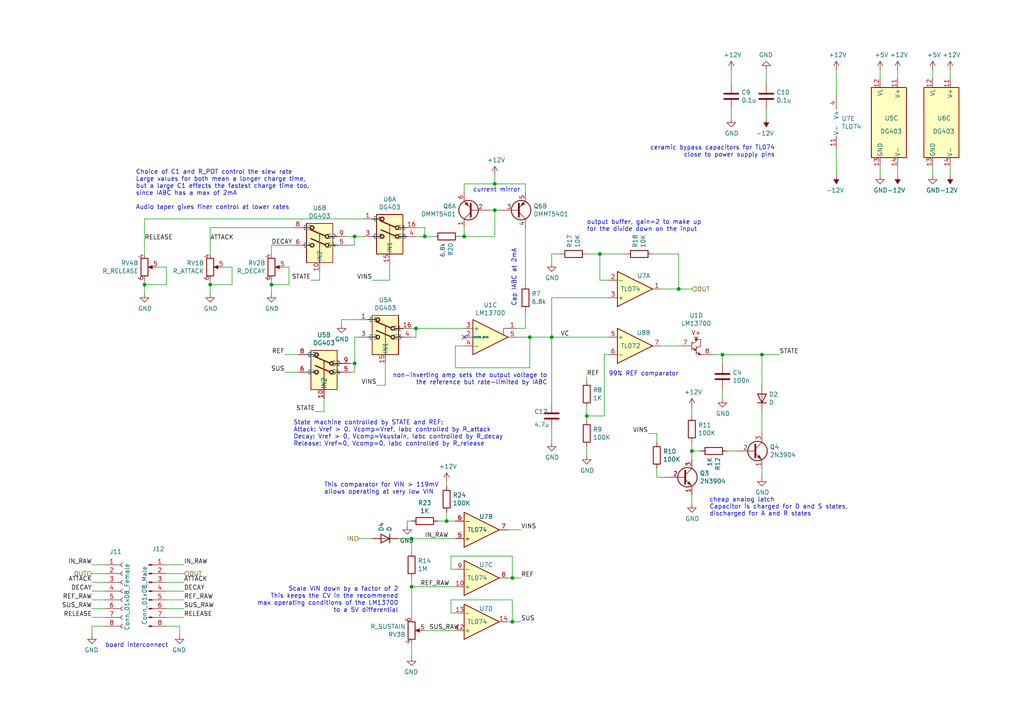
<source format=kicad_sch>
(kicad_sch (version 20211123) (generator eeschema)
  (paper "A4")
  (lib_symbols
    (symbol "Amplifier_Operational:LM13700" (pin_names (offset 0.127))
      (property "Reference" "U" (at 3.81 5.08 0))
      (property "Value" "LM13700" (at 5.08 -5.08 0))
      (symbol "LM13700_1_1"
        (pin output line (at 7.62 0 180) (length 2.54) (name "~") (number "12"))
        (pin input line (at -7.62 2.54 0) (length 2.54) (name "-") (number "13"))
        (pin input line (at -7.62 -2.54 0) (length 2.54) (name "+") (number "14"))
        (pin input line (at -7.62 0 0) (length 2.54) (name "DIODE_BIAS") (number "15"))
        (pin input line (at 7.62 -2.54 180) (length 2.54) (name "~") (number "16"))
      )
      (symbol "LM13700_2_1"
        (text "V+" (at -2.54 3.81 0) (effects (font (size 1.27 1.27))))
        (pin input line (at -7.62 0 0) (length 3.81) (name "~") (number "10"))
        (pin output line (at 2.54 -2.54 180) (length 3.81) (name "~") (number "9"))
      )
      (symbol "LM13700_3_1"
        (pin input line (at 7.62 -2.54 180) (length 2.54) (name "~") (number "1"))
        (pin input line (at -7.62 0 0) (length 2.54) (name "DIODE_BIAS") (number "2"))
        (pin input line (at -7.62 -2.54 0) (length 2.54) (name "+") (number "3"))
        (pin input line (at -7.62 2.54 0) (length 2.54) (name "-") (number "4"))
        (pin output line (at 7.62 0 180) (length 2.54) (name "~") (number "5"))
      )
      (symbol "LM13700_4_0"
        (text "V+" (at -2.54 3.81 0) (effects (font (size 1.27 1.27))))
      )
      (symbol "LM13700_4_1"
        (pin input line (at -7.62 0 0) (length 3.81) (name "~") (number "7"))
        (pin output line (at 2.54 -2.54 180) (length 3.81) (name "~") (number "8"))
      )
      (symbol "LM13700_5_1"
        (pin power_in line (at -2.54 7.62 270) (length 3.81) (name "V+") (number "11"))
        (pin power_in line (at -2.54 -7.62 90) (length 3.81) (name "V-") (number "6"))
      )
    )
    (symbol "Amplifier_Operational:TL072" (pin_names (offset 0.127))
      (property "Reference" "U" (at 0 5.08 0))
      (property "Value" "TL072" (at 0 -5.08 0))
      (symbol "TL072_1_1"
        (pin output line (at 7.62 0 180) (length 2.54) (name "~") (number "1"))
        (pin input line (at -7.62 -2.54 0) (length 2.54) (name "-") (number "2"))
        (pin input line (at -7.62 2.54 0) (length 2.54) (name "+") (number "3"))
      )
      (symbol "TL072_2_1"
        (pin input line (at -7.62 2.54 0) (length 2.54) (name "+") (number "5"))
        (pin input line (at -7.62 -2.54 0) (length 2.54) (name "-") (number "6"))
        (pin output line (at 7.62 0 180) (length 2.54) (name "~") (number "7"))
      )
      (symbol "TL072_3_1"
        (pin power_in line (at -2.54 -7.62 90) (length 3.81) (name "V-") (number "4"))
        (pin power_in line (at -2.54 7.62 270) (length 3.81) (name "V+") (number "8"))
      )
    )
    (symbol "Amplifier_Operational:TL074" (pin_names (offset 0.127))
      (property "Reference" "U" (at 0 5.08 0))
      (property "Value" "TL074" (at 0 -5.08 0))
      (symbol "TL074_1_1"
        (pin output line (at 7.62 0 180) (length 2.54) (name "~") (number "1"))
        (pin input line (at -7.62 -2.54 0) (length 2.54) (name "-") (number "2"))
        (pin input line (at -7.62 2.54 0) (length 2.54) (name "+") (number "3"))
      )
      (symbol "TL074_2_1"
        (pin input line (at -7.62 2.54 0) (length 2.54) (name "+") (number "5"))
        (pin input line (at -7.62 -2.54 0) (length 2.54) (name "-") (number "6"))
        (pin output line (at 7.62 0 180) (length 2.54) (name "~") (number "7"))
      )
      (symbol "TL074_3_1"
        (pin input line (at -7.62 2.54 0) (length 2.54) (name "+") (number "10"))
        (pin output line (at 7.62 0 180) (length 2.54) (name "~") (number "8"))
        (pin input line (at -7.62 -2.54 0) (length 2.54) (name "-") (number "9"))
      )
      (symbol "TL074_4_1"
        (pin input line (at -7.62 2.54 0) (length 2.54) (name "+") (number "12"))
        (pin input line (at -7.62 -2.54 0) (length 2.54) (name "-") (number "13"))
        (pin output line (at 7.62 0 180) (length 2.54) (name "~") (number "14"))
      )
      (symbol "TL074_5_1"
        (pin power_in line (at -2.54 -7.62 90) (length 3.81) (name "V-") (number "11"))
        (pin power_in line (at -2.54 7.62 270) (length 3.81) (name "V+") (number "4"))
      )
    )
    (symbol "Connector:Conn_01x08_Female" (pin_names (offset 1.016) hide)
      (property "Reference" "J" (at 0 10.16 0))
      (property "Value" "Conn_01x08_Female" (at 0 -12.7 0))
      (symbol "Conn_01x08_Female_1_1"
        (pin passive line (at -5.08 7.62 0) (length 3.81) (name "Pin_1") (number "1"))
        (pin passive line (at -5.08 5.08 0) (length 3.81) (name "Pin_2") (number "2"))
        (pin passive line (at -5.08 2.54 0) (length 3.81) (name "Pin_3") (number "3"))
        (pin passive line (at -5.08 0 0) (length 3.81) (name "Pin_4") (number "4"))
        (pin passive line (at -5.08 -2.54 0) (length 3.81) (name "Pin_5") (number "5"))
        (pin passive line (at -5.08 -5.08 0) (length 3.81) (name "Pin_6") (number "6"))
        (pin passive line (at -5.08 -7.62 0) (length 3.81) (name "Pin_7") (number "7"))
        (pin passive line (at -5.08 -10.16 0) (length 3.81) (name "Pin_8") (number "8"))
      )
    )
    (symbol "Connector:Conn_01x08_Male" (pin_names (offset 1.016) hide)
      (property "Reference" "J" (at 0 10.16 0))
      (property "Value" "Conn_01x08_Male" (at 0 -12.7 0))
      (symbol "Conn_01x08_Male_1_1"
        (pin passive line (at 5.08 7.62 180) (length 3.81) (name "Pin_1") (number "1"))
        (pin passive line (at 5.08 5.08 180) (length 3.81) (name "Pin_2") (number "2"))
        (pin passive line (at 5.08 2.54 180) (length 3.81) (name "Pin_3") (number "3"))
        (pin passive line (at 5.08 0 180) (length 3.81) (name "Pin_4") (number "4"))
        (pin passive line (at 5.08 -2.54 180) (length 3.81) (name "Pin_5") (number "5"))
        (pin passive line (at 5.08 -5.08 180) (length 3.81) (name "Pin_6") (number "6"))
        (pin passive line (at 5.08 -7.62 180) (length 3.81) (name "Pin_7") (number "7"))
        (pin passive line (at 5.08 -10.16 180) (length 3.81) (name "Pin_8") (number "8"))
      )
    )
    (symbol "Device:C" (pin_numbers hide) (pin_names (offset 0.254))
      (property "Reference" "C" (at 0.635 2.54 0))
      (property "Value" "C" (at 0.635 -2.54 0))
      (symbol "C_1_1"
        (pin passive line (at 0 3.81 270) (length 2.794) (name "~") (number "1"))
        (pin passive line (at 0 -3.81 90) (length 2.794) (name "~") (number "2"))
      )
    )
    (symbol "Device:D" (pin_numbers hide) (pin_names (offset 1.016) hide)
      (property "Reference" "D" (at 0 2.54 0))
      (property "Value" "D" (at 0 -2.54 0))
      (symbol "D_1_1"
        (pin passive line (at -3.81 0 0) (length 2.54) (name "K") (number "1"))
        (pin passive line (at 3.81 0 180) (length 2.54) (name "A") (number "2"))
      )
    )
    (symbol "Device:R" (pin_numbers hide) (pin_names (offset 0))
      (property "Reference" "R" (at 2.032 0 90))
      (property "Value" "R" (at 0 0 90))
      (symbol "R_1_1"
        (pin passive line (at 0 3.81 270) (length 1.27) (name "~") (number "1"))
        (pin passive line (at 0 -3.81 90) (length 1.27) (name "~") (number "2"))
      )
    )
    (symbol "Device:R_Potentiometer_Dual_Separate" (pin_names (offset 1.016) hide)
      (property "Reference" "RV" (at -4.445 0 90))
      (property "Value" "R_Potentiometer_Dual_Separate" (at -2.54 0 90))
      (symbol "R_Potentiometer_Dual_Separate_1_1"
        (pin passive line (at 0 3.81 270) (length 1.27) (name "1") (number "1"))
        (pin passive line (at 3.81 0 180) (length 1.27) (name "2") (number "2"))
        (pin passive line (at 0 -3.81 90) (length 1.27) (name "3") (number "3"))
      )
      (symbol "R_Potentiometer_Dual_Separate_2_1"
        (pin passive line (at 0 3.81 270) (length 1.27) (name "4") (number "4"))
        (pin passive line (at 3.81 0 180) (length 1.27) (name "5") (number "5"))
        (pin passive line (at 0 -3.81 90) (length 1.27) (name "6") (number "6"))
      )
    )
    (symbol "Transistor_BJT:2N3904" (pin_names (offset 0) hide)
      (property "Reference" "Q" (at 5.08 1.905 0))
      (property "Value" "2N3904" (at 5.08 0 0))
      (symbol "2N3904_1_1"
        (pin passive line (at 2.54 -5.08 90) (length 2.54) (name "E") (number "1"))
        (pin passive line (at -5.08 0 0) (length 5.715) (name "B") (number "2"))
        (pin passive line (at 2.54 5.08 270) (length 2.54) (name "C") (number "3"))
      )
    )
    (symbol "power:+12V" (power) (pin_names (offset 0))
      (property "Value" "+12V" (at 0 3.556 0))
      (symbol "+12V_1_1"
        (pin power_in line (at 0 0 90) (length 0) hide (name "+12V") (number "1"))
      )
    )
    (symbol "power:+5V" (power) (pin_names (offset 0))
      (property "Value" "+5V" (at 0 3.556 0))
      (symbol "+5V_1_1"
        (pin power_in line (at 0 0 90) (length 0) hide (name "+5V") (number "1"))
      )
    )
    (symbol "power:-12V" (power) (pin_names (offset 0))
      (property "Value" "-12V" (at 0 3.81 0))
      (symbol "-12V_0_0"
        (pin power_in line (at 0 0 90) (length 0) hide (name "-12V") (number "1"))
      )
    )
    (symbol "power:GND" (power) (pin_names (offset 0))
      (property "Value" "GND" (at 0 -3.81 0))
      (symbol "GND_1_1"
        (pin power_in line (at 0 0 270) (length 0) hide (name "GND") (number "1"))
      )
    )
    (symbol "synth:DG403" (pin_names (offset 0.254))
      (property "Reference" "U" (at -3.175 4.699 0))
      (property "Value" "DG403" (at -3.175 2.921 0))
      (symbol "DG403_1_1"
        (pin passive line (at 7.62 0 180) (length 2.54) (name "D1") (number "1"))
        (pin input line (at 0 -12.7 90) (length 2.54) (name "IN1") (number "15"))
        (pin passive line (at -7.62 -2.54 0) (length 2.54) (name "S1") (number "16"))
        (pin passive line (at 7.62 -5.08 180) (length 2.54) (name "D3") (number "3"))
        (pin passive line (at -7.62 -5.08 0) (length 2.54) (name "S3") (number "4"))
      )
      (symbol "DG403_2_1"
        (pin input line (at 0 -12.7 90) (length 2.54) (name "IN2") (number "10"))
        (pin passive line (at -7.62 -5.08 0) (length 2.54) (name "S4") (number "5"))
        (pin passive line (at 7.62 -5.08 180) (length 2.54) (name "D4") (number "6"))
        (pin passive line (at 7.62 0 180) (length 2.54) (name "D2") (number "8"))
        (pin passive line (at -7.62 -2.54 0) (length 2.54) (name "S2") (number "9"))
      )
      (symbol "DG403_3_1"
        (pin power_in line (at 2.54 11.43 270) (length 2.54) (name "V+") (number "11"))
        (pin power_in line (at -2.54 11.43 270) (length 2.54) (name "VL") (number "12"))
        (pin power_in line (at -2.54 -13.97 90) (length 2.54) (name "GND") (number "13"))
        (pin power_in line (at 2.54 -13.97 90) (length 2.54) (name "V-") (number "14"))
        (pin no_connect line (at -7.62 0 0) (length 2.54) hide (name "N.C.") (number "2"))
        (pin no_connect line (at -7.62 -5.08 0) (length 2.54) hide (name "N.C.") (number "7"))
      )
    )
    (symbol "synth:DMMT5401" (pin_names (offset 0) hide)
      (property "Reference" "Q" (at 5.08 1.905 0))
      (property "Value" "DMMT5401" (at 5.08 0 0))
      (symbol "DMMT5401_1_1"
        (pin passive line (at 2.54 5.08 270) (length 2.54) (name "C1") (number "1"))
        (pin input line (at -5.08 0 0) (length 5.715) (name "B1") (number "2"))
        (pin passive line (at 2.54 -5.08 90) (length 2.54) (name "E1") (number "6"))
      )
      (symbol "DMMT5401_2_1"
        (pin input line (at -5.08 0 0) (length 5.715) (name "B2") (number "3"))
        (pin passive line (at 2.54 5.08 270) (length 2.54) (name "C2") (number "4"))
        (pin passive line (at 2.54 -5.08 90) (length 2.54) (name "E2") (number "5"))
      )
    )
  )
  (junction (at 209.55 102.87))
  (junction (at 196.85 83.82))
  (junction (at 170.18 120.65))
  (junction (at 119.38 156.21))
  (junction (at 200.66 130.81))
  (junction (at 102.87 68.58))
  (junction (at 120.65 95.25))
  (junction (at 153.67 97.79))
  (junction (at 78.74 82.55))
  (junction (at 160.02 97.79))
  (junction (at 220.98 102.87))
  (junction (at 143.51 60.96))
  (junction (at 119.38 170.18))
  (junction (at 148.59 167.64))
  (junction (at 134.62 68.58))
  (junction (at 129.54 151.13))
  (junction (at 143.51 53.34))
  (junction (at 148.59 180.34))
  (junction (at 60.96 82.55))
  (junction (at 102.87 105.41))
  (junction (at 123.19 68.58))
  (junction (at 41.91 82.55))
  (junction (at 173.99 73.66))
  (no_connect (at 134.62 97.79))
  (wire (pts (xy 60.96 85.09) (xy 60.96 82.55)))
  (wire (pts (xy 67.31 77.47) (xy 67.31 82.55)))
  (wire (pts (xy 52.07 181.61) (xy 48.26 181.61)))
  (wire (pts (xy 91.44 119.38) (xy 93.98 119.38)))
  (wire (pts (xy 48.26 166.37) (xy 53.34 166.37)))
  (wire (pts (xy 143.51 60.96) (xy 143.51 68.58)))
  (wire (pts (xy 90.17 81.28) (xy 92.71 81.28)))
  (wire (pts (xy 123.19 66.04) (xy 120.65 66.04)))
  (wire (pts (xy 148.59 173.99) (xy 148.59 180.34)))
  (wire (pts (xy 30.48 176.53) (xy 26.67 176.53)))
  (wire (pts (xy 176.53 86.36) (xy 160.02 86.36)))
  (wire (pts (xy 120.65 68.58) (xy 123.19 68.58)))
  (wire (pts (xy 132.08 165.1) (xy 130.81 165.1)))
  (wire (pts (xy 109.22 111.76) (xy 111.76 111.76)))
  (wire (pts (xy 119.38 170.18) (xy 132.08 170.18)))
  (wire (pts (xy 60.96 66.04) (xy 60.96 73.66)))
  (wire (pts (xy 41.91 82.55) (xy 41.91 85.09)))
  (wire (pts (xy 30.48 166.37) (xy 26.67 166.37)))
  (wire (pts (xy 200.66 146.05) (xy 200.66 143.51)))
  (wire (pts (xy 222.25 34.29) (xy 222.25 31.75)))
  (wire (pts (xy 120.65 97.79) (xy 120.65 95.25)))
  (wire (pts (xy 134.62 53.34) (xy 143.51 53.34)))
  (wire (pts (xy 129.54 151.13) (xy 132.08 151.13)))
  (wire (pts (xy 270.51 20.32) (xy 270.51 22.86)))
  (wire (pts (xy 242.57 20.32) (xy 242.57 27.94)))
  (wire (pts (xy 160.02 73.66) (xy 162.56 73.66)))
  (wire (pts (xy 212.09 24.13) (xy 212.09 20.32)))
  (wire (pts (xy 173.99 81.28) (xy 173.99 73.66)))
  (wire (pts (xy 143.51 53.34) (xy 152.4 53.34)))
  (wire (pts (xy 53.34 168.91) (xy 48.26 168.91)))
  (wire (pts (xy 196.85 73.66) (xy 196.85 83.82)))
  (wire (pts (xy 30.48 179.07) (xy 26.67 179.07)))
  (wire (pts (xy 82.55 107.95) (xy 86.36 107.95)))
  (wire (pts (xy 60.96 82.55) (xy 60.96 81.28)))
  (wire (pts (xy 193.04 138.43) (xy 190.5 138.43)))
  (wire (pts (xy 143.51 68.58) (xy 134.62 68.58)))
  (wire (pts (xy 64.77 77.47) (xy 67.31 77.47)))
  (wire (pts (xy 99.06 93.98) (xy 99.06 92.71)))
  (wire (pts (xy 41.91 81.28) (xy 41.91 82.55)))
  (wire (pts (xy 209.55 115.57) (xy 209.55 113.03)))
  (wire (pts (xy 220.98 138.43) (xy 220.98 135.89)))
  (wire (pts (xy 133.35 68.58) (xy 134.62 68.58)))
  (wire (pts (xy 119.38 97.79) (xy 120.65 97.79)))
  (wire (pts (xy 148.59 167.64) (xy 147.32 167.64)))
  (wire (pts (xy 255.27 20.32) (xy 255.27 22.86)))
  (wire (pts (xy 26.67 168.91) (xy 30.48 168.91)))
  (wire (pts (xy 212.09 34.29) (xy 212.09 31.75)))
  (wire (pts (xy 260.35 20.32) (xy 260.35 22.86)))
  (wire (pts (xy 242.57 50.8) (xy 242.57 43.18)))
  (wire (pts (xy 119.38 156.21) (xy 119.38 160.02)))
  (wire (pts (xy 115.57 156.21) (xy 119.38 156.21)))
  (wire (pts (xy 118.11 152.4) (xy 118.11 151.13)))
  (wire (pts (xy 148.59 167.64) (xy 151.13 167.64)))
  (wire (pts (xy 275.59 48.26) (xy 275.59 50.8)))
  (wire (pts (xy 170.18 121.92) (xy 170.18 120.65)))
  (wire (pts (xy 132.08 156.21) (xy 119.38 156.21)))
  (wire (pts (xy 53.34 163.83) (xy 48.26 163.83)))
  (wire (pts (xy 119.38 186.69) (xy 119.38 190.5)))
  (wire (pts (xy 160.02 76.2) (xy 160.02 73.66)))
  (wire (pts (xy 143.51 50.8) (xy 143.51 53.34)))
  (wire (pts (xy 176.53 97.79) (xy 160.02 97.79)))
  (wire (pts (xy 209.55 102.87) (xy 220.98 102.87)))
  (wire (pts (xy 134.62 55.88) (xy 134.62 53.34)))
  (wire (pts (xy 160.02 97.79) (xy 160.02 116.84)))
  (wire (pts (xy 26.67 184.15) (xy 26.67 181.61)))
  (wire (pts (xy 48.26 171.45) (xy 53.34 171.45)))
  (wire (pts (xy 102.87 97.79) (xy 104.14 97.79)))
  (wire (pts (xy 132.08 100.33) (xy 132.08 106.68)))
  (wire (pts (xy 200.66 118.11) (xy 200.66 120.65)))
  (wire (pts (xy 152.4 90.17) (xy 152.4 95.25)))
  (wire (pts (xy 144.78 60.96) (xy 143.51 60.96)))
  (wire (pts (xy 226.06 102.87) (xy 220.98 102.87)))
  (wire (pts (xy 210.82 130.81) (xy 213.36 130.81)))
  (wire (pts (xy 119.38 170.18) (xy 119.38 179.07)))
  (wire (pts (xy 92.71 81.28) (xy 92.71 78.74)))
  (wire (pts (xy 100.33 71.12) (xy 102.87 71.12)))
  (wire (pts (xy 129.54 139.7) (xy 129.54 140.97)))
  (wire (pts (xy 129.54 148.59) (xy 129.54 151.13)))
  (wire (pts (xy 222.25 24.13) (xy 222.25 20.32)))
  (wire (pts (xy 132.08 177.8) (xy 130.81 177.8)))
  (wire (pts (xy 107.95 81.28) (xy 113.03 81.28)))
  (wire (pts (xy 118.11 151.13) (xy 119.38 151.13)))
  (wire (pts (xy 160.02 128.27) (xy 160.02 124.46)))
  (wire (pts (xy 148.59 161.29) (xy 148.59 167.64)))
  (wire (pts (xy 275.59 20.32) (xy 275.59 22.86)))
  (wire (pts (xy 53.34 179.07) (xy 48.26 179.07)))
  (wire (pts (xy 189.23 73.66) (xy 196.85 73.66)))
  (wire (pts (xy 187.96 125.73) (xy 190.5 125.73)))
  (wire (pts (xy 270.51 48.26) (xy 270.51 50.8)))
  (wire (pts (xy 101.6 105.41) (xy 102.87 105.41)))
  (wire (pts (xy 102.87 71.12) (xy 102.87 68.58)))
  (wire (pts (xy 60.96 66.04) (xy 85.09 66.04)))
  (wire (pts (xy 83.82 82.55) (xy 78.74 82.55)))
  (wire (pts (xy 152.4 82.55) (xy 152.4 66.04)))
  (wire (pts (xy 130.81 173.99) (xy 148.59 173.99)))
  (wire (pts (xy 152.4 95.25) (xy 149.86 95.25)))
  (wire (pts (xy 53.34 173.99) (xy 48.26 173.99)))
  (wire (pts (xy 130.81 165.1) (xy 130.81 161.29)))
  (wire (pts (xy 134.62 95.25) (xy 120.65 95.25)))
  (wire (pts (xy 102.87 105.41) (xy 102.87 97.79)))
  (wire (pts (xy 200.66 130.81) (xy 200.66 128.27)))
  (wire (pts (xy 100.33 68.58) (xy 102.87 68.58)))
  (wire (pts (xy 101.6 107.95) (xy 102.87 107.95)))
  (wire (pts (xy 170.18 73.66) (xy 173.99 73.66)))
  (wire (pts (xy 190.5 138.43) (xy 190.5 135.89)))
  (wire (pts (xy 78.74 71.12) (xy 85.09 71.12)))
  (wire (pts (xy 260.35 48.26) (xy 260.35 50.8)))
  (wire (pts (xy 129.54 151.13) (xy 127 151.13)))
  (wire (pts (xy 123.19 182.88) (xy 132.08 182.88)))
  (wire (pts (xy 134.62 100.33) (xy 132.08 100.33)))
  (wire (pts (xy 196.85 100.33) (xy 191.77 100.33)))
  (wire (pts (xy 130.81 161.29) (xy 148.59 161.29)))
  (wire (pts (xy 153.67 106.68) (xy 153.67 97.79)))
  (wire (pts (xy 200.66 133.35) (xy 200.66 130.81)))
  (wire (pts (xy 82.55 77.47) (xy 83.82 77.47)))
  (wire (pts (xy 170.18 120.65) (xy 175.26 120.65)))
  (wire (pts (xy 26.67 163.83) (xy 30.48 163.83)))
  (wire (pts (xy 26.67 181.61) (xy 30.48 181.61)))
  (wire (pts (xy 107.95 156.21) (xy 104.14 156.21)))
  (wire (pts (xy 153.67 97.79) (xy 149.86 97.79)))
  (wire (pts (xy 148.59 180.34) (xy 147.32 180.34)))
  (wire (pts (xy 148.59 180.34) (xy 151.13 180.34)))
  (wire (pts (xy 209.55 102.87) (xy 207.01 102.87)))
  (wire (pts (xy 190.5 125.73) (xy 190.5 128.27)))
  (wire (pts (xy 173.99 73.66) (xy 181.61 73.66)))
  (wire (pts (xy 143.51 60.96) (xy 142.24 60.96)))
  (wire (pts (xy 113.03 81.28) (xy 113.03 76.2)))
  (wire (pts (xy 191.77 83.82) (xy 196.85 83.82)))
  (wire (pts (xy 83.82 77.47) (xy 83.82 82.55)))
  (wire (pts (xy 102.87 68.58) (xy 105.41 68.58)))
  (wire (pts (xy 93.98 119.38) (xy 93.98 115.57)))
  (wire (pts (xy 78.74 85.09) (xy 78.74 82.55)))
  (wire (pts (xy 120.65 95.25) (xy 119.38 95.25)))
  (wire (pts (xy 45.72 77.47) (xy 48.26 77.47)))
  (wire (pts (xy 134.62 68.58) (xy 134.62 66.04)))
  (wire (pts (xy 220.98 119.38) (xy 220.98 125.73)))
  (wire (pts (xy 48.26 176.53) (xy 53.34 176.53)))
  (wire (pts (xy 152.4 53.34) (xy 152.4 55.88)))
  (wire (pts (xy 203.2 130.81) (xy 200.66 130.81)))
  (wire (pts (xy 41.91 63.5) (xy 41.91 73.66)))
  (wire (pts (xy 48.26 82.55) (xy 41.91 82.55)))
  (wire (pts (xy 52.07 184.15) (xy 52.07 181.61)))
  (wire (pts (xy 175.26 120.65) (xy 175.26 102.87)))
  (wire (pts (xy 125.73 68.58) (xy 123.19 68.58)))
  (wire (pts (xy 26.67 173.99) (xy 30.48 173.99)))
  (wire (pts (xy 176.53 81.28) (xy 173.99 81.28)))
  (wire (pts (xy 99.06 92.71) (xy 104.14 92.71)))
  (wire (pts (xy 82.55 102.87) (xy 86.36 102.87)))
  (wire (pts (xy 220.98 111.76) (xy 220.98 102.87)))
  (wire (pts (xy 170.18 109.22) (xy 170.18 110.49)))
  (wire (pts (xy 48.26 77.47) (xy 48.26 82.55)))
  (wire (pts (xy 132.08 106.68) (xy 153.67 106.68)))
  (wire (pts (xy 175.26 102.87) (xy 176.53 102.87)))
  (wire (pts (xy 170.18 132.08) (xy 170.18 129.54)))
  (wire (pts (xy 78.74 73.66) (xy 78.74 71.12)))
  (wire (pts (xy 41.91 63.5) (xy 105.41 63.5)))
  (wire (pts (xy 119.38 167.64) (xy 119.38 170.18)))
  (wire (pts (xy 67.31 82.55) (xy 60.96 82.55)))
  (wire (pts (xy 160.02 86.36) (xy 160.02 97.79)))
  (wire (pts (xy 209.55 105.41) (xy 209.55 102.87)))
  (wire (pts (xy 200.66 83.82) (xy 196.85 83.82)))
  (wire (pts (xy 102.87 107.95) (xy 102.87 105.41)))
  (wire (pts (xy 30.48 171.45) (xy 26.67 171.45)))
  (wire (pts (xy 130.81 177.8) (xy 130.81 173.99)))
  (wire (pts (xy 123.19 68.58) (xy 123.19 66.04)))
  (wire (pts (xy 111.76 111.76) (xy 111.76 105.41)))
  (wire (pts (xy 160.02 97.79) (xy 153.67 97.79)))
  (wire (pts (xy 78.74 82.55) (xy 78.74 81.28)))
  (wire (pts (xy 255.27 48.26) (xy 255.27 50.8)))
  (wire (pts (xy 151.13 153.67) (xy 147.32 153.67)))
  (wire (pts (xy 170.18 120.65) (xy 170.18 118.11)))
  (text "State machine controlled by STATE and REF:\nAttack: Vref > 0, Vcomp=Vref, Iabc controlled by R_attack\nDecay: Vref > 0, Vcomp=Vsustain, Iabc controlled by R_decay\nRelease: Vref=0, Vcomp=0, Iabc controlled by R_release\n" (at 85.09 129.54 0) (effects (font (size 1.27 1.27)) (justify left bottom)))
  (text "board interconnect" (at 30.48 187.96 0) (effects (font (size 1.27 1.27)) (justify left bottom)))
  (text "output buffer, gain=2 to make up\nfor the divide down on the input" (at 170.18 67.31 0) (effects (font (size 1.27 1.27)) (justify left bottom)))
  (text "99% REF comparator" (at 176.53 109.22 0) (effects (font (size 1.27 1.27)) (justify left bottom)))
  (text "current mirror" (at 137.16 55.88 0) (effects (font (size 1.27 1.27)) (justify left bottom)))
  (text "ceramic bypass capacitors for TL074\nclose to power supply pins" (at 224.79 45.72 180) (effects (font (size 1.27 1.27)) (justify right bottom)))
  (text "This comparator for VIN > 119mV\nallows operating at very low VIN" (at 93.98 143.51 0) (effects (font (size 1.27 1.27)) (justify left bottom)))
  (text "Cap IABC at 2mA" (at 149.86 88.9 90) (effects (font (size 1.27 1.27)) (justify left bottom)))
  (text "Choice of C1 and R_POT control the slew rate\nLarge values for both mean a longer charge time,\nbut a large C1 effects the fastest charge time too,\nsince IABC has a max of 2mA\n\nAudio taper gives finer control at lower rates" (at 39.37 60.96 0) (effects (font (size 1.27 1.27)) (justify left bottom)))
  (text "non-inverting amp sets the output voltage to\nthe reference but rate-limited by IABC" (at 158.75 111.76 180) (effects (font (size 1.27 1.27)) (justify right bottom)))
  (text "Scale VIN down by a factor of 2\nThis keeps the CV in the recommened\nmax operating conditions of the LM13700\nto a 5V differential" (at 115.57 177.8 180) (effects (font (size 1.27 1.27)) (justify right bottom)))
  (text "cheap analog latch\nCapacitor is charged for D and S states,\ndischarged for A and R states" (at 205.74 149.86 0) (effects (font (size 1.27 1.27)) (justify left bottom)))
  (label "IN_RAW" (at 53.34 163.83 0))
  (label "IN_RAW" (at 26.67 163.83 180))
  (label "SUS_RAW" (at 124.46 182.88 0))
  (label "ATTACK" (at 26.67 168.91 180))
  (label "VINS" (at 187.96 125.73 180))
  (label "VINS" (at 107.95 81.28 180))
  (label "VINS" (at 151.13 153.67 0))
  (label "VINS" (at 109.22 111.76 180))
  (label "STATE" (at 226.06 102.87 0))
  (label "VC" (at 162.56 97.79 0))
  (label "STATE" (at 90.17 81.28 180))
  (label "REF_RAW" (at 26.67 173.99 180))
  (label "SUS" (at 82.55 107.95 180))
  (label "RELEASE" (at 53.34 179.07 0))
  (label "ATTACK" (at 53.34 168.91 0))
  (label "SUS_RAW" (at 26.67 176.53 180))
  (label "RELEASE" (at 26.67 179.07 180))
  (label "IN_RAW" (at 123.19 156.21 0))
  (label "SUS_RAW" (at 53.34 176.53 0))
  (label "REF" (at 82.55 102.87 180))
  (label "DECAY" (at 53.34 171.45 0))
  (label "DECAY" (at 26.67 171.45 180))
  (label "REF_RAW" (at 53.34 173.99 0))
  (label "SUS" (at 151.13 180.34 0))
  (label "REF" (at 151.13 167.64 0))
  (label "REF" (at 170.18 109.22 0))
  (label "ATTACK" (at 60.96 69.85 0))
  (label "RELEASE" (at 41.91 69.85 0))
  (label "DECAY" (at 78.74 71.12 0))
  (label "REF_RAW" (at 121.92 170.18 0))
  (label "STATE" (at 91.44 119.38 180))
  (hierarchical_label "OUT" (shape input) (at 53.34 166.37 0))
  (hierarchical_label "OUT" (shape input) (at 26.67 166.37 180))
  (hierarchical_label "OUT" (shape input) (at 200.66 83.82 0))
  (hierarchical_label "IN" (shape input) (at 104.14 156.21 180))
  (symbol (lib_id "Device:R") (at 119.38 163.83 0) (unit 1)
    (property "Reference" "R14" (at 121.158 162.6616 0) (effects (justify left)))
    (property "Value" "1M" (at 121.158 164.973 0) (effects (justify left)))
    (property "Footprint" "Resistor_SMD:R_1206_3216Metric_Pad1.42x1.75mm_HandSolder" (effects hide))
  )
  (symbol (lib_id "Device:R") (at 166.37 73.66 90) (unit 1)
    (property "Reference" "R17" (at 165.2016 71.882 0) (effects (justify left)))
    (property "Value" "10K" (at 167.513 71.882 0) (effects (justify left)))
    (property "Footprint" "Resistor_SMD:R_1206_3216Metric_Pad1.42x1.75mm_HandSolder" (effects hide))
  )
  (symbol (lib_id "power:GND") (at 160.02 76.2 0) (unit 1)
    (property "Reference" "#PWR054" (effects hide))
    (property "Value" "GND" (at 160.147 80.5942 0))
  )
  (symbol (lib_id "Amplifier_Operational:TL074") (at 139.7 167.64 0) (mirror x) (unit 3)
    (property "Reference" "U7" (at 140.97 163.83 0))
    (property "Value" "TL074" (at 138.43 167.64 0))
    (property "Footprint" "Package_DIP:DIP-14_W7.62mm" (effects hide))
    (property "Datasheet" "http://www.ti.com/lit/ds/symlink/tl071.pdf" (effects hide))
  )
  (symbol (lib_id "Device:R") (at 185.42 73.66 90) (unit 1)
    (property "Reference" "R18" (at 184.2516 71.882 0) (effects (justify left)))
    (property "Value" "10K" (at 186.563 71.882 0) (effects (justify left)))
    (property "Footprint" "Resistor_SMD:R_1206_3216Metric_Pad1.42x1.75mm_HandSolder" (effects hide))
  )
  (symbol (lib_id "Amplifier_Operational:TL074") (at 139.7 180.34 0) (mirror x) (unit 4)
    (property "Reference" "U7" (at 140.97 176.53 0))
    (property "Value" "TL074" (at 138.43 180.34 0))
    (property "Footprint" "Package_DIP:DIP-14_W7.62mm" (effects hide))
    (property "Datasheet" "http://www.ti.com/lit/ds/symlink/tl071.pdf" (effects hide))
  )
  (symbol (lib_id "synth:DMMT5401") (at 137.16 60.96 180) (unit 1)
    (property "Reference" "Q6" (at 132.3086 59.7916 0) (effects (justify left)))
    (property "Value" "DMMT5401" (at 132.3086 62.103 0) (effects (justify left)))
    (property "Footprint" "Package_TO_SOT_SMD:SOT-23-6_Handsoldering" (effects hide))
    (property "Datasheet" "https://www.diodes.com/assets/Datasheets/ds30437.pdf" (effects hide))
  )
  (symbol (lib_id "synth:DMMT5401") (at 149.86 60.96 0) (mirror x) (unit 2)
    (property "Reference" "Q6" (at 154.7114 59.7916 0) (effects (justify left)))
    (property "Value" "DMMT5401" (at 154.7114 62.103 0) (effects (justify left)))
    (property "Footprint" "Package_TO_SOT_SMD:SOT-23-6_Handsoldering" (effects hide))
    (property "Datasheet" "https://www.diodes.com/assets/Datasheets/ds30437.pdf" (effects hide))
  )
  (symbol (lib_id "power:+12V") (at 143.51 50.8 0) (unit 1)
    (property "Reference" "#PWR056" (effects hide))
    (property "Value" "+12V" (at 143.891 46.4058 0))
  )
  (symbol (lib_id "Device:R") (at 129.54 68.58 270) (unit 1)
    (property "Reference" "R20" (at 130.7084 70.358 0) (effects (justify left)))
    (property "Value" "6.8k" (at 128.397 70.358 0) (effects (justify left)))
    (property "Footprint" "Resistor_SMD:R_1206_3216Metric_Pad1.42x1.75mm_HandSolder" (effects hide))
  )
  (symbol (lib_id "power:GND") (at 78.74 85.09 0) (unit 1)
    (property "Reference" "#PWR055" (effects hide))
    (property "Value" "GND" (at 78.867 89.4842 0))
  )
  (symbol (lib_id "power:GND") (at 60.96 85.09 0) (unit 1)
    (property "Reference" "#PWR038" (effects hide))
    (property "Value" "GND" (at 61.087 89.4842 0))
  )
  (symbol (lib_id "power:GND") (at 41.91 85.09 0) (unit 1)
    (property "Reference" "#PWR037" (effects hide))
    (property "Value" "GND" (at 42.037 89.4842 0))
  )
  (symbol (lib_id "Amplifier_Operational:TL074") (at 245.11 35.56 0) (unit 5)
    (property "Reference" "U7" (at 244.0432 34.3916 0) (effects (justify left)))
    (property "Value" "TL074" (at 244.0432 36.703 0) (effects (justify left)))
    (property "Footprint" "Package_DIP:DIP-14_W7.62mm" (effects hide))
    (property "Datasheet" "http://www.ti.com/lit/ds/symlink/tl071.pdf" (effects hide))
  )
  (symbol (lib_id "power:-12V") (at 242.57 50.8 180) (unit 1)
    (property "Reference" "#PWR058" (effects hide))
    (property "Value" "-12V" (at 242.189 55.1942 0))
  )
  (symbol (lib_id "power:+12V") (at 242.57 20.32 0) (unit 1)
    (property "Reference" "#PWR057" (effects hide))
    (property "Value" "+12V" (at 242.951 15.9258 0))
  )
  (symbol (lib_id "Device:D") (at 111.76 156.21 180) (unit 1)
    (property "Reference" "D4" (at 110.5916 154.178 90) (effects (justify right)))
    (property "Value" "D" (at 112.903 154.178 90) (effects (justify right)))
    (property "Footprint" "Diode_THT:D_A-405_P2.54mm_Vertical_AnodeUp" (effects hide))
  )
  (symbol (lib_id "Amplifier_Operational:LM13700") (at 142.24 97.79 0) (mirror x) (unit 3)
    (property "Reference" "U1" (at 142.24 88.4682 0))
    (property "Value" "LM13700" (at 142.24 90.7796 0))
    (property "Footprint" "Package_DIP:DIP-16_W7.62mm" (effects hide))
    (property "Datasheet" "http://www.ti.com/lit/ds/symlink/lm13700.pdf" (effects hide))
  )
  (symbol (lib_id "Device:R") (at 152.4 86.36 0) (unit 1)
    (property "Reference" "R7" (at 154.178 85.1916 0) (effects (justify left)))
    (property "Value" "6.8k" (at 154.178 87.503 0) (effects (justify left)))
    (property "Footprint" "Resistor_SMD:R_1206_3216Metric_Pad1.42x1.75mm_HandSolder" (effects hide))
  )
  (symbol (lib_id "synth:DG403") (at 111.76 92.71 0) (mirror y) (unit 1)
    (property "Reference" "U5" (at 111.76 86.995 0))
    (property "Value" "DG403" (at 111.76 89.3064 0))
    (property "Footprint" "Package_SO:SOIC-16_3.9x9.9mm_P1.27mm" (effects hide))
    (property "Datasheet" "https://www.renesas.com/us/en/www/doc/datasheet/dg401-03.pdf" (effects hide))
  )
  (symbol (lib_id "synth:DG403") (at 93.98 102.87 0) (mirror y) (unit 2)
    (property "Reference" "U5" (at 93.98 97.155 0))
    (property "Value" "DG403" (at 93.98 99.4664 0))
    (property "Footprint" "Package_SO:SOIC-16_3.9x9.9mm_P1.27mm" (effects hide))
    (property "Datasheet" "https://www.renesas.com/us/en/www/doc/datasheet/dg401-03.pdf" (effects hide))
  )
  (symbol (lib_id "power:GND") (at 99.06 93.98 0) (unit 1)
    (property "Reference" "#PWR036" (effects hide))
    (property "Value" "GND" (at 99.187 98.3742 0))
  )
  (symbol (lib_id "Amplifier_Operational:TL074") (at 184.15 83.82 0) (mirror x) (unit 1)
    (property "Reference" "U7" (at 186.69 80.01 0))
    (property "Value" "TL074" (at 182.88 83.82 0))
    (property "Footprint" "Package_DIP:DIP-14_W7.62mm" (effects hide))
    (property "Datasheet" "http://www.ti.com/lit/ds/symlink/tl071.pdf" (effects hide))
  )
  (symbol (lib_id "Amplifier_Operational:TL074") (at 139.7 153.67 0) (mirror x) (unit 2)
    (property "Reference" "U7" (at 140.97 149.86 0))
    (property "Value" "TL074" (at 138.43 153.67 0))
    (property "Footprint" "Package_DIP:DIP-14_W7.62mm" (effects hide))
    (property "Datasheet" "http://www.ti.com/lit/ds/symlink/tl071.pdf" (effects hide))
  )
  (symbol (lib_id "Device:R") (at 170.18 114.3 0) (unit 1)
    (property "Reference" "R8" (at 171.958 113.1316 0) (effects (justify left)))
    (property "Value" "1K" (at 171.958 115.443 0) (effects (justify left)))
    (property "Footprint" "Resistor_SMD:R_1206_3216Metric_Pad1.42x1.75mm_HandSolder" (effects hide))
  )
  (symbol (lib_id "Device:R") (at 170.18 125.73 0) (unit 1)
    (property "Reference" "R9" (at 171.958 124.5616 0) (effects (justify left)))
    (property "Value" "100K" (at 171.958 126.873 0) (effects (justify left)))
    (property "Footprint" "Resistor_SMD:R_1206_3216Metric_Pad1.42x1.75mm_HandSolder" (effects hide))
  )
  (symbol (lib_id "power:GND") (at 170.18 132.08 0) (unit 1)
    (property "Reference" "#PWR040" (effects hide))
    (property "Value" "GND" (at 170.307 136.4742 0))
  )
  (symbol (lib_id "synth:DG403") (at 113.03 63.5 0) (mirror y) (unit 1)
    (property "Reference" "U6" (at 113.03 57.785 0))
    (property "Value" "DG403" (at 113.03 60.0964 0))
    (property "Footprint" "Package_SO:SOIC-16_3.9x9.9mm_P1.27mm" (effects hide))
    (property "Datasheet" "https://www.renesas.com/us/en/www/doc/datasheet/dg401-03.pdf" (effects hide))
  )
  (symbol (lib_id "synth:DG403") (at 92.71 66.04 0) (mirror y) (unit 2)
    (property "Reference" "U6" (at 92.71 60.325 0))
    (property "Value" "DG403" (at 92.71 62.6364 0))
    (property "Footprint" "Package_SO:SOIC-16_3.9x9.9mm_P1.27mm" (effects hide))
    (property "Datasheet" "https://www.renesas.com/us/en/www/doc/datasheet/dg401-03.pdf" (effects hide))
  )
  (symbol (lib_id "Amplifier_Operational:LM13700") (at 204.47 100.33 0) (unit 4)
    (property "Reference" "U1" (at 201.93 91.4908 0))
    (property "Value" "LM13700" (at 201.93 93.8022 0))
    (property "Footprint" "Package_DIP:DIP-16_W7.62mm" (effects hide))
    (property "Datasheet" "http://www.ti.com/lit/ds/symlink/lm13700.pdf" (effects hide))
  )
  (symbol (lib_id "Device:C") (at 209.55 109.22 0) (unit 1)
    (property "Reference" "C4" (at 212.471 108.0516 0) (effects (justify left)))
    (property "Value" "100n" (at 212.471 110.363 0) (effects (justify left)))
    (property "Footprint" "Capacitor_SMD:C_1206_3216Metric_Pad1.42x1.75mm_HandSolder" (effects hide))
  )
  (symbol (lib_id "power:GND") (at 209.55 115.57 0) (unit 1)
    (property "Reference" "#PWR043" (effects hide))
    (property "Value" "GND" (at 209.677 119.9642 0))
  )
  (symbol (lib_id "Device:D") (at 220.98 115.57 90) (unit 1)
    (property "Reference" "D2" (at 223.012 114.4016 90) (effects (justify right)))
    (property "Value" "D" (at 223.012 116.713 90) (effects (justify right)))
    (property "Footprint" "Diode_THT:D_A-405_P2.54mm_Vertical_AnodeUp" (effects hide))
  )
  (symbol (lib_id "Transistor_BJT:2N3904") (at 218.44 130.81 0) (unit 1)
    (property "Reference" "Q4" (at 223.266 129.6416 0) (effects (justify left)))
    (property "Value" "2N3904" (at 223.266 131.953 0) (effects (justify left)))
    (property "Footprint" "Package_TO_SOT_THT:TO-92_Inline" (effects hide))
    (property "Datasheet" "https://www.fairchildsemi.com/datasheets/2N/2N3904.pdf" (effects hide))
  )
  (symbol (lib_id "Device:R") (at 207.01 130.81 270) (unit 1)
    (property "Reference" "R12" (at 208.1784 132.588 0) (effects (justify left)))
    (property "Value" "1K" (at 205.867 132.588 0) (effects (justify left)))
    (property "Footprint" "Resistor_SMD:R_1206_3216Metric_Pad1.42x1.75mm_HandSolder" (effects hide))
  )
  (symbol (lib_id "Transistor_BJT:2N3904") (at 198.12 138.43 0) (unit 1)
    (property "Reference" "Q3" (at 202.946 137.2616 0) (effects (justify left)))
    (property "Value" "2N3904" (at 202.946 139.573 0) (effects (justify left)))
    (property "Footprint" "Package_TO_SOT_THT:TO-92_Inline" (effects hide))
    (property "Datasheet" "https://www.fairchildsemi.com/datasheets/2N/2N3904.pdf" (effects hide))
  )
  (symbol (lib_id "Device:R") (at 200.66 124.46 0) (unit 1)
    (property "Reference" "R11" (at 202.438 123.2916 0) (effects (justify left)))
    (property "Value" "100K" (at 202.438 125.603 0) (effects (justify left)))
    (property "Footprint" "Resistor_SMD:R_1206_3216Metric_Pad1.42x1.75mm_HandSolder" (effects hide))
  )
  (symbol (lib_id "power:GND") (at 200.66 146.05 0) (unit 1)
    (property "Reference" "#PWR042" (effects hide))
    (property "Value" "GND" (at 200.787 150.4442 0))
  )
  (symbol (lib_id "power:GND") (at 220.98 138.43 0) (unit 1)
    (property "Reference" "#PWR044" (effects hide))
    (property "Value" "GND" (at 221.107 142.8242 0))
  )
  (symbol (lib_id "Device:R") (at 190.5 132.08 0) (unit 1)
    (property "Reference" "R10" (at 192.278 130.9116 0) (effects (justify left)))
    (property "Value" "100K" (at 192.278 133.223 0) (effects (justify left)))
    (property "Footprint" "Resistor_SMD:R_1206_3216Metric_Pad1.42x1.75mm_HandSolder" (effects hide))
  )
  (symbol (lib_id "power:+12V") (at 200.66 118.11 0) (unit 1)
    (property "Reference" "#PWR041" (effects hide))
    (property "Value" "+12V" (at 201.041 113.7158 0))
  )
  (symbol (lib_id "power:GND") (at 119.38 190.5 0) (mirror y) (unit 1)
    (property "Reference" "#PWR034" (effects hide))
    (property "Value" "GND" (at 119.253 194.8942 0))
  )
  (symbol (lib_id "synth:DG403") (at 257.81 34.29 0) (unit 3)
    (property "Reference" "U5" (at 256.54 34.29 0) (effects (justify left)))
    (property "Value" "DG403" (at 255.27 38.1 0) (effects (justify left)))
    (property "Footprint" "Package_SO:SOIC-16_3.9x9.9mm_P1.27mm" (effects hide))
    (property "Datasheet" "https://www.renesas.com/us/en/www/doc/datasheet/dg401-03.pdf" (effects hide))
  )
  (symbol (lib_id "power:+5V") (at 255.27 20.32 0) (unit 1)
    (property "Reference" "#PWR045" (effects hide))
    (property "Value" "+5V" (at 255.651 15.9258 0))
  )
  (symbol (lib_id "power:-12V") (at 260.35 50.8 180) (unit 1)
    (property "Reference" "#PWR048" (effects hide))
    (property "Value" "-12V" (at 259.969 55.1942 0))
  )
  (symbol (lib_id "power:+12V") (at 260.35 20.32 0) (unit 1)
    (property "Reference" "#PWR047" (effects hide))
    (property "Value" "+12V" (at 260.731 15.9258 0))
  )
  (symbol (lib_id "power:GND") (at 255.27 50.8 0) (unit 1)
    (property "Reference" "#PWR046" (effects hide))
    (property "Value" "GND" (at 255.397 55.1942 0))
  )
  (symbol (lib_id "synth:DG403") (at 273.05 34.29 0) (unit 3)
    (property "Reference" "U6" (at 271.78 34.29 0) (effects (justify left)))
    (property "Value" "DG403" (at 270.51 38.1 0) (effects (justify left)))
    (property "Footprint" "Package_SO:SOIC-16_3.9x9.9mm_P1.27mm" (effects hide))
    (property "Datasheet" "https://www.renesas.com/us/en/www/doc/datasheet/dg401-03.pdf" (effects hide))
  )
  (symbol (lib_id "power:+5V") (at 270.51 20.32 0) (unit 1)
    (property "Reference" "#PWR049" (effects hide))
    (property "Value" "+5V" (at 270.891 15.9258 0))
  )
  (symbol (lib_id "power:-12V") (at 275.59 50.8 180) (unit 1)
    (property "Reference" "#PWR052" (effects hide))
    (property "Value" "-12V" (at 275.209 55.1942 0))
  )
  (symbol (lib_id "power:+12V") (at 275.59 20.32 0) (unit 1)
    (property "Reference" "#PWR051" (effects hide))
    (property "Value" "+12V" (at 275.971 15.9258 0))
  )
  (symbol (lib_id "power:GND") (at 270.51 50.8 0) (unit 1)
    (property "Reference" "#PWR050" (effects hide))
    (property "Value" "GND" (at 270.637 55.1942 0))
  )
  (symbol (lib_id "Device:R_Potentiometer_Dual_Separate") (at 78.74 77.47 0) (unit 2)
    (property "Reference" "RV2" (at 76.9874 76.3016 0) (effects (justify right)))
    (property "Value" "R_DECAY" (at 76.9874 78.613 0) (effects (justify right)))
    (property "Footprint" "synth:Potentiometer_Alpha_RD902F-40-00D_Dual_Vertical" (effects hide))
  )
  (symbol (lib_id "Device:R_Potentiometer_Dual_Separate") (at 60.96 77.47 0) (unit 2)
    (property "Reference" "RV1" (at 59.182 76.3016 0) (effects (justify right)))
    (property "Value" "R_ATTACK" (at 59.182 78.613 0) (effects (justify right)))
    (property "Footprint" "synth:Potentiometer_Alpha_RD902F-40-00D_Dual_Vertical" (effects hide))
  )
  (symbol (lib_id "Device:R_Potentiometer_Dual_Separate") (at 119.38 182.88 0) (mirror x) (unit 2)
    (property "Reference" "RV3" (at 117.6274 184.0484 0) (effects (justify right)))
    (property "Value" "R_SUSTAIN" (at 117.6274 181.737 0) (effects (justify right)))
    (property "Footprint" "synth:Potentiometer_Alpha_RD902F-40-00D_Dual_Vertical" (effects hide))
  )
  (symbol (lib_id "Device:R_Potentiometer_Dual_Separate") (at 41.91 77.47 0) (unit 2)
    (property "Reference" "RV4" (at 40.1574 76.3016 0) (effects (justify right)))
    (property "Value" "R_RELEASE" (at 40.1574 78.613 0) (effects (justify right)))
    (property "Footprint" "synth:Potentiometer_Alpha_RD902F-40-00D_Dual_Vertical" (effects hide))
  )
  (symbol (lib_id "Device:C") (at 222.25 27.94 0) (unit 1)
    (property "Reference" "C10" (at 225.171 26.7716 0) (effects (justify left)))
    (property "Value" "0.1u" (at 225.171 29.083 0) (effects (justify left)))
    (property "Footprint" "Capacitor_SMD:C_1206_3216Metric_Pad1.42x1.75mm_HandSolder" (effects hide))
  )
  (symbol (lib_id "power:-12V") (at 222.25 34.29 180) (unit 1)
    (property "Reference" "#PWR0109" (effects hide))
    (property "Value" "-12V" (at 221.869 38.6842 0))
  )
  (symbol (lib_id "power:GND") (at 222.25 20.32 180) (unit 1)
    (property "Reference" "#PWR0110" (effects hide))
    (property "Value" "GND" (at 222.123 15.9258 0))
  )
  (symbol (lib_id "power:+12V") (at 212.09 20.32 0) (unit 1)
    (property "Reference" "#PWR0111" (effects hide))
    (property "Value" "+12V" (at 212.471 15.9258 0))
  )
  (symbol (lib_id "Device:C") (at 212.09 27.94 0) (unit 1)
    (property "Reference" "C9" (at 215.011 26.7716 0) (effects (justify left)))
    (property "Value" "0.1u" (at 215.011 29.083 0) (effects (justify left)))
    (property "Footprint" "Capacitor_SMD:C_1206_3216Metric_Pad1.42x1.75mm_HandSolder" (effects hide))
  )
  (symbol (lib_id "power:GND") (at 212.09 34.29 0) (unit 1)
    (property "Reference" "#PWR0112" (effects hide))
    (property "Value" "GND" (at 212.217 38.6842 0))
  )
  (symbol (lib_id "Connector:Conn_01x08_Female") (at 35.56 171.45 0) (unit 1)
    (property "Reference" "J11" (at 31.75 160.02 0) (effects (justify left)))
    (property "Value" "Conn_01x08_Female" (at 36.83 182.88 90) (effects (justify left)))
    (property "Footprint" "Connector_PinSocket_2.54mm:PinSocket_1x08_P2.54mm_Vertical" (effects hide))
  )
  (symbol (lib_id "Connector:Conn_01x08_Male") (at 43.18 171.45 0) (unit 1)
    (property "Reference" "J12" (at 45.9232 159.2326 0))
    (property "Value" "Conn_01x08_Male" (at 41.91 172.72 90))
    (property "Footprint" "Connector_PinSocket_2.54mm:PinSocket_1x08_P2.54mm_Vertical" (effects hide))
  )
  (symbol (lib_id "power:GND") (at 26.67 184.15 0) (mirror y) (unit 1)
    (property "Reference" "#PWR0115" (effects hide))
    (property "Value" "GND" (at 26.543 188.5442 0))
  )
  (symbol (lib_id "power:GND") (at 52.07 184.15 0) (mirror y) (unit 1)
    (property "Reference" "#PWR0116" (effects hide))
    (property "Value" "GND" (at 51.943 188.5442 0))
  )
  (symbol (lib_id "Amplifier_Operational:TL072") (at 184.15 100.33 0) (unit 2)
    (property "Reference" "U8" (at 186.69 96.52 0))
    (property "Value" "TL072" (at 182.88 100.33 0))
    (property "Footprint" "Package_DIP:DIP-8_W7.62mm" (effects hide))
    (property "Datasheet" "http://www.ti.com/lit/ds/symlink/tl071.pdf" (effects hide))
  )
  (symbol (lib_id "Device:C") (at 160.02 120.65 0) (unit 1)
    (property "Reference" "C12" (at 154.94 119.38 0) (effects (justify left)))
    (property "Value" "4.7u" (at 154.94 123.19 0) (effects (justify left)))
    (property "Footprint" "Capacitor_SMD:C_1206_3216Metric_Pad1.42x1.75mm_HandSolder" (effects hide))
  )
  (symbol (lib_id "power:GND") (at 160.02 128.27 0) (unit 1)
    (property "Reference" "#PWR064" (effects hide))
    (property "Value" "GND" (at 160.147 132.6642 0))
  )
  (symbol (lib_id "Device:R") (at 123.19 151.13 270) (unit 1)
    (property "Reference" "R23" (at 123.19 145.8722 90))
    (property "Value" "1K" (at 123.19 148.1836 90))
    (property "Footprint" "Resistor_SMD:R_1206_3216Metric_Pad1.42x1.75mm_HandSolder" (effects hide))
  )
  (symbol (lib_id "Device:R") (at 129.54 144.78 180) (unit 1)
    (property "Reference" "R24" (at 131.318 143.6116 0) (effects (justify right)))
    (property "Value" "100K" (at 131.318 145.923 0) (effects (justify right)))
    (property "Footprint" "Resistor_SMD:R_1206_3216Metric_Pad1.42x1.75mm_HandSolder" (effects hide))
  )
  (symbol (lib_id "power:GND") (at 118.11 152.4 0) (mirror y) (unit 1)
    (property "Reference" "#PWR062" (effects hide))
    (property "Value" "GND" (at 117.983 156.7942 0))
  )
  (symbol (lib_id "power:+12V") (at 129.54 139.7 0) (unit 1)
    (property "Reference" "#PWR063" (effects hide))
    (property "Value" "+12V" (at 129.921 135.3058 0))
  )
)
</source>
